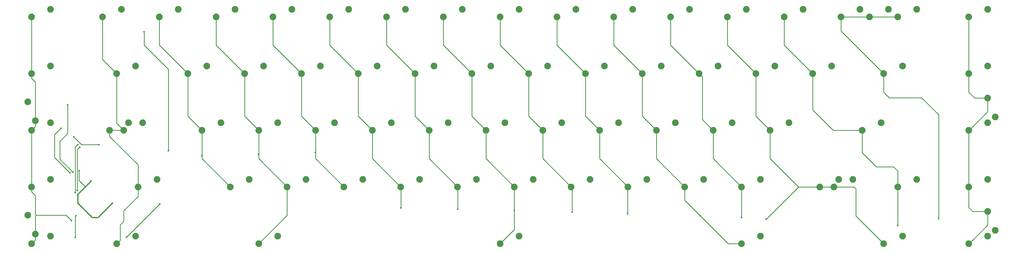
<source format=gtl>
G04 #@! TF.GenerationSoftware,KiCad,Pcbnew,(5.1.5)-3*
G04 #@! TF.CreationDate,2020-06-19T00:16:12+10:00*
G04 #@! TF.ProjectId,rei_pcb,7265695f-7063-4622-9e6b-696361645f70,rev?*
G04 #@! TF.SameCoordinates,Original*
G04 #@! TF.FileFunction,Copper,L1,Top*
G04 #@! TF.FilePolarity,Positive*
%FSLAX46Y46*%
G04 Gerber Fmt 4.6, Leading zero omitted, Abs format (unit mm)*
G04 Created by KiCad (PCBNEW (5.1.5)-3) date 2020-06-19 00:16:12*
%MOMM*%
%LPD*%
G04 APERTURE LIST*
%ADD10C,2.250000*%
%ADD11C,0.600000*%
%ADD12C,0.381000*%
%ADD13C,0.254000*%
G04 APERTURE END LIST*
D10*
X314483750Y-74295000D03*
X308133750Y-76835000D03*
X352742500Y-110490000D03*
X350202500Y-104140000D03*
X352742500Y-72390000D03*
X350202500Y-66040000D03*
X28257500Y-105410000D03*
X30797500Y-111760000D03*
X28257500Y-67310000D03*
X30797500Y-73660000D03*
X62071250Y-74295000D03*
X55721250Y-76835000D03*
X71596250Y-93345000D03*
X65246250Y-95885000D03*
X66833750Y-74295000D03*
X60483750Y-76835000D03*
X112077500Y-112395000D03*
X105727500Y-114935000D03*
X102552500Y-93345000D03*
X96202500Y-95885000D03*
X350202500Y-112395000D03*
X343852500Y-114935000D03*
X321627500Y-55245000D03*
X315277500Y-57785000D03*
X64452500Y-55245000D03*
X58102500Y-57785000D03*
X350202500Y-93345000D03*
X343852500Y-95885000D03*
X350202500Y-74295000D03*
X343852500Y-76835000D03*
X350202500Y-55245000D03*
X343852500Y-57785000D03*
X350202500Y-36195000D03*
X343852500Y-38735000D03*
X326390000Y-36195000D03*
X320040000Y-38735000D03*
X316865000Y-36195000D03*
X310515000Y-38735000D03*
X307340000Y-36195000D03*
X300990000Y-38735000D03*
X326390000Y-93345000D03*
X320040000Y-95885000D03*
X297815000Y-55245000D03*
X291465000Y-57785000D03*
X288290000Y-36195000D03*
X281940000Y-38735000D03*
X321627500Y-112395000D03*
X315277500Y-114935000D03*
X304958750Y-93345000D03*
X298608750Y-95885000D03*
X300196250Y-93345000D03*
X293846250Y-95885000D03*
X283527500Y-74295000D03*
X277177500Y-76835000D03*
X278765000Y-55245000D03*
X272415000Y-57785000D03*
X269240000Y-36195000D03*
X262890000Y-38735000D03*
X274002500Y-93345000D03*
X267652500Y-95885000D03*
X264477500Y-74295000D03*
X258127500Y-76835000D03*
X259715000Y-55245000D03*
X253365000Y-57785000D03*
X250190000Y-36195000D03*
X243840000Y-38735000D03*
X274002500Y-112395000D03*
X267652500Y-114935000D03*
X254952500Y-93345000D03*
X248602500Y-95885000D03*
X245427500Y-74295000D03*
X239077500Y-76835000D03*
X240665000Y-55245000D03*
X234315000Y-57785000D03*
X231140000Y-36195000D03*
X224790000Y-38735000D03*
X235902500Y-93345000D03*
X229552500Y-95885000D03*
X226377500Y-74295000D03*
X220027500Y-76835000D03*
X221615000Y-55245000D03*
X215265000Y-57785000D03*
X212090000Y-36195000D03*
X205740000Y-38735000D03*
X216852500Y-93345000D03*
X210502500Y-95885000D03*
X207327500Y-74295000D03*
X200977500Y-76835000D03*
X202565000Y-55245000D03*
X196215000Y-57785000D03*
X193040000Y-36195000D03*
X186690000Y-38735000D03*
X193040000Y-112395000D03*
X186690000Y-114935000D03*
X197802500Y-93345000D03*
X191452500Y-95885000D03*
X188277500Y-74295000D03*
X181927500Y-76835000D03*
X183515000Y-55245000D03*
X177165000Y-57785000D03*
X173990000Y-36195000D03*
X167640000Y-38735000D03*
X178752500Y-93345000D03*
X172402500Y-95885000D03*
X169227500Y-74295000D03*
X162877500Y-76835000D03*
X164465000Y-55245000D03*
X158115000Y-57785000D03*
X154940000Y-36195000D03*
X148590000Y-38735000D03*
X159702500Y-93345000D03*
X153352500Y-95885000D03*
X150177500Y-74295000D03*
X143827500Y-76835000D03*
X145415000Y-55245000D03*
X139065000Y-57785000D03*
X135890000Y-36195000D03*
X129540000Y-38735000D03*
X140652500Y-93345000D03*
X134302500Y-95885000D03*
X131127500Y-74295000D03*
X124777500Y-76835000D03*
X126365000Y-55245000D03*
X120015000Y-57785000D03*
X116840000Y-36195000D03*
X110490000Y-38735000D03*
X121602500Y-93345000D03*
X115252500Y-95885000D03*
X112077500Y-74295000D03*
X105727500Y-76835000D03*
X107315000Y-55245000D03*
X100965000Y-57785000D03*
X97790000Y-36195000D03*
X91440000Y-38735000D03*
X93027500Y-74295000D03*
X86677500Y-76835000D03*
X88265000Y-55245000D03*
X81915000Y-57785000D03*
X78740000Y-36195000D03*
X72390000Y-38735000D03*
X64452500Y-112395000D03*
X58102500Y-114935000D03*
X59690000Y-36195000D03*
X53340000Y-38735000D03*
X35877500Y-112395000D03*
X29527500Y-114935000D03*
X35877500Y-93345000D03*
X29527500Y-95885000D03*
X35877500Y-74295000D03*
X29527500Y-76835000D03*
X35877500Y-55245000D03*
X29527500Y-57785000D03*
X35877500Y-36195000D03*
X29527500Y-38735000D03*
D11*
X45027582Y-98609418D03*
X45291375Y-101552375D03*
X49552794Y-93830206D03*
X56642000Y-101346000D03*
X49258190Y-105427810D03*
X47572105Y-95929288D03*
X45466000Y-90424000D03*
X67310000Y-43760000D03*
X75450000Y-83723200D03*
X41656000Y-68326000D03*
X43434000Y-90932000D03*
X43723850Y-79085150D03*
X52162099Y-81695901D03*
X42418000Y-91186000D03*
X39370000Y-76200000D03*
X72517000Y-101600000D03*
X61341000Y-112776000D03*
X44471956Y-105537000D03*
X44171957Y-112800043D03*
X42926000Y-107188000D03*
X86677500Y-85364610D03*
X105664000Y-84932800D03*
X124714000Y-84328000D03*
X153416000Y-102912879D03*
X172466000Y-103344689D03*
X191389000Y-103776499D03*
X210807299Y-104381299D03*
X229476299Y-104914701D03*
X253746000Y-105537000D03*
X267619199Y-106141801D03*
X275844000Y-106746602D03*
X320040000Y-108839000D03*
X333756000Y-106553000D03*
X44196000Y-97790000D03*
X45054800Y-81661000D03*
X44887907Y-97098093D03*
X45720000Y-82550000D03*
D12*
X45027582Y-98355418D02*
X45027582Y-98609418D01*
X49552794Y-93830206D02*
X47752000Y-95631000D01*
X45027582Y-101288582D02*
X45291375Y-101552375D01*
X45027582Y-98609418D02*
X45027582Y-101288582D01*
X45291375Y-101552375D02*
X49276000Y-105537000D01*
X49276000Y-105537000D02*
X49784000Y-106045000D01*
X49784000Y-106045000D02*
X49911000Y-106172000D01*
X49911000Y-106172000D02*
X51816000Y-106172000D01*
X51816000Y-106172000D02*
X56642000Y-101346000D01*
X56642000Y-101346000D02*
X56642000Y-101346000D01*
X47752000Y-95631000D02*
X47561500Y-95821500D01*
X47561500Y-95821500D02*
X45027582Y-98355418D01*
D13*
X47561500Y-95821500D02*
X45466000Y-93726000D01*
X45466000Y-92075000D02*
X45466000Y-90805000D01*
X45466000Y-92075000D02*
X45466000Y-91948000D01*
X45466000Y-93726000D02*
X45466000Y-92075000D01*
X45466000Y-90805000D02*
X45466000Y-90424000D01*
X75438000Y-83312000D02*
X75438000Y-56388000D01*
X75438000Y-56388000D02*
X67310000Y-48260000D01*
X67310000Y-48260000D02*
X67310000Y-43760000D01*
X75438000Y-83312000D02*
X75438000Y-83888000D01*
X75438000Y-83888000D02*
X75450000Y-83876000D01*
X75450000Y-83876000D02*
X75450000Y-83723200D01*
X38989000Y-86477419D02*
X38989000Y-80549606D01*
X38989000Y-80549606D02*
X41656000Y-77882606D01*
X43210200Y-90698619D02*
X38989000Y-86477419D01*
X41656000Y-77882606D02*
X41656000Y-68326000D01*
X41656000Y-68326000D02*
X41656000Y-68326000D01*
X43210200Y-90698619D02*
X43210200Y-90708200D01*
X43210200Y-90708200D02*
X43434000Y-90932000D01*
X46334601Y-81695901D02*
X52162099Y-81695901D01*
X43723850Y-79085150D02*
X46334601Y-81695901D01*
X37237699Y-86005699D02*
X37237699Y-78332301D01*
X42418000Y-91186000D02*
X37237699Y-86005699D01*
X37237699Y-78332301D02*
X39370000Y-76200000D01*
X72217001Y-101899999D02*
X72517000Y-101600000D01*
X61341000Y-112776000D02*
X72217001Y-101899999D01*
X44171957Y-105836999D02*
X44171957Y-112800043D01*
X44471956Y-105537000D02*
X44171957Y-105836999D01*
X44171957Y-112800043D02*
X44171957Y-112878957D01*
X29527500Y-40325990D02*
X29527500Y-57785000D01*
X29527500Y-38735000D02*
X29527500Y-40325990D01*
X30797500Y-72069010D02*
X30797500Y-73660000D01*
X30797500Y-60645990D02*
X30797500Y-72069010D01*
X29527500Y-59375990D02*
X30797500Y-60645990D01*
X29527500Y-57785000D02*
X29527500Y-59375990D01*
X30797500Y-75565000D02*
X29527500Y-76835000D01*
X30797500Y-73660000D02*
X30797500Y-75565000D01*
X29527500Y-78425990D02*
X29527500Y-95885000D01*
X29527500Y-76835000D02*
X29527500Y-78425990D01*
X29527500Y-97475990D02*
X30797500Y-98745990D01*
X29527500Y-95885000D02*
X29527500Y-97475990D01*
X30797500Y-113665000D02*
X29527500Y-114935000D01*
X30797500Y-111760000D02*
X30797500Y-113665000D01*
X42926000Y-107188000D02*
X41160699Y-105422699D01*
X41160699Y-105422699D02*
X31127699Y-105422699D01*
X30797500Y-105092500D02*
X31127699Y-105422699D01*
X30797500Y-98745990D02*
X30797500Y-105092500D01*
X30797500Y-105752898D02*
X31127699Y-105422699D01*
X30797500Y-111760000D02*
X30797500Y-105752898D01*
X53340000Y-53022500D02*
X58102500Y-57785000D01*
X53340000Y-38735000D02*
X53340000Y-53022500D01*
X58102500Y-74453750D02*
X60483750Y-76835000D01*
X58102500Y-57785000D02*
X58102500Y-74453750D01*
X58892760Y-76835000D02*
X55721250Y-76835000D01*
X60483750Y-76835000D02*
X58892760Y-76835000D01*
X65246250Y-88492078D02*
X65246250Y-95885000D01*
X55721250Y-76835000D02*
X55721250Y-78967078D01*
X55721250Y-78967078D02*
X65246250Y-88492078D01*
X65246250Y-99091750D02*
X65246250Y-95885000D01*
X59227499Y-113810001D02*
X59227499Y-108666501D01*
X58102500Y-114935000D02*
X59227499Y-113810001D01*
X59227499Y-108666501D02*
X60452000Y-107442000D01*
X60452000Y-107442000D02*
X60452000Y-103886000D01*
X60452000Y-103886000D02*
X65246250Y-99091750D01*
X72390000Y-48260000D02*
X81915000Y-57785000D01*
X72390000Y-38735000D02*
X72390000Y-48260000D01*
X81915000Y-72072500D02*
X86677500Y-76835000D01*
X81915000Y-57785000D02*
X81915000Y-72072500D01*
X86677500Y-86360000D02*
X96202500Y-95885000D01*
X86677500Y-76835000D02*
X86677500Y-86360000D01*
X91440000Y-48260000D02*
X100965000Y-57785000D01*
X91440000Y-38735000D02*
X91440000Y-48260000D01*
X100965000Y-72072500D02*
X105727500Y-76835000D01*
X100965000Y-57785000D02*
X100965000Y-72072500D01*
X105727500Y-86360000D02*
X115252500Y-95885000D01*
X115252500Y-105410000D02*
X105727500Y-114935000D01*
X115252500Y-95885000D02*
X115252500Y-105410000D01*
X105727500Y-76835000D02*
X105727500Y-86360000D01*
X110490000Y-48260000D02*
X120015000Y-57785000D01*
X110490000Y-38735000D02*
X110490000Y-48260000D01*
X120015000Y-72072500D02*
X124777500Y-76835000D01*
X120015000Y-57785000D02*
X120015000Y-72072500D01*
X124777500Y-86360000D02*
X134302500Y-95885000D01*
X124777500Y-76835000D02*
X124777500Y-86360000D01*
X129540000Y-48260000D02*
X139065000Y-57785000D01*
X129540000Y-38735000D02*
X129540000Y-48260000D01*
X139065000Y-72072500D02*
X143827500Y-76835000D01*
X139065000Y-57785000D02*
X139065000Y-72072500D01*
X143827500Y-86360000D02*
X153352500Y-95885000D01*
X143827500Y-76835000D02*
X143827500Y-86360000D01*
X153416000Y-95948500D02*
X153352500Y-95885000D01*
X153416000Y-102912879D02*
X153416000Y-95948500D01*
X148590000Y-48260000D02*
X158115000Y-57785000D01*
X148590000Y-38735000D02*
X148590000Y-48260000D01*
X158115000Y-72072500D02*
X162877500Y-76835000D01*
X158115000Y-57785000D02*
X158115000Y-72072500D01*
X162877500Y-86360000D02*
X172402500Y-95885000D01*
X162877500Y-76835000D02*
X162877500Y-86360000D01*
X172466000Y-95948500D02*
X172402500Y-95885000D01*
X172466000Y-103344689D02*
X172466000Y-95948500D01*
X167640000Y-48260000D02*
X177165000Y-57785000D01*
X167640000Y-38735000D02*
X167640000Y-48260000D01*
X177165000Y-72072500D02*
X181927500Y-76835000D01*
X177165000Y-57785000D02*
X177165000Y-72072500D01*
X181927500Y-86360000D02*
X191452500Y-95885000D01*
X181927500Y-76835000D02*
X181927500Y-86360000D01*
X191452500Y-110172500D02*
X186690000Y-114935000D01*
X191452500Y-95885000D02*
X191452500Y-110172500D01*
X186690000Y-48260000D02*
X196215000Y-57785000D01*
X186690000Y-38735000D02*
X186690000Y-48260000D01*
X196215000Y-72072500D02*
X200977500Y-76835000D01*
X196215000Y-57785000D02*
X196215000Y-72072500D01*
X200977500Y-86360000D02*
X210502500Y-95885000D01*
X200977500Y-76835000D02*
X200977500Y-86360000D01*
X210807299Y-96189799D02*
X210502500Y-95885000D01*
X210807299Y-104381299D02*
X210807299Y-96189799D01*
X205740000Y-48260000D02*
X215265000Y-57785000D01*
X205740000Y-38735000D02*
X205740000Y-48260000D01*
X215265000Y-72072500D02*
X220027500Y-76835000D01*
X215265000Y-57785000D02*
X215265000Y-72072500D01*
X220027500Y-86360000D02*
X229552500Y-95885000D01*
X220027500Y-76835000D02*
X220027500Y-86360000D01*
X229476299Y-95961201D02*
X229552500Y-95885000D01*
X229476299Y-104914701D02*
X229476299Y-95961201D01*
X224790000Y-48260000D02*
X234315000Y-57785000D01*
X224790000Y-38735000D02*
X224790000Y-48260000D01*
X234315000Y-72072500D02*
X239077500Y-76835000D01*
X234315000Y-57785000D02*
X234315000Y-72072500D01*
X239077500Y-86360000D02*
X248602500Y-95885000D01*
X239077500Y-76835000D02*
X239077500Y-86360000D01*
X248602500Y-95885000D02*
X248602500Y-100393500D01*
X263144000Y-114935000D02*
X267652500Y-114935000D01*
X248602500Y-100393500D02*
X253746000Y-105537000D01*
X253746000Y-105537000D02*
X263144000Y-114935000D01*
X243840000Y-48260000D02*
X253365000Y-57785000D01*
X243840000Y-38735000D02*
X243840000Y-48260000D01*
X254489999Y-73197499D02*
X257002501Y-75710001D01*
X257002501Y-75710001D02*
X258127500Y-76835000D01*
X254489999Y-58909999D02*
X254489999Y-73197499D01*
X253365000Y-57785000D02*
X254489999Y-58909999D01*
X258127500Y-86360000D02*
X267652500Y-95885000D01*
X258127500Y-76835000D02*
X258127500Y-86360000D01*
X267619199Y-95918301D02*
X267652500Y-95885000D01*
X267619199Y-106141801D02*
X267619199Y-95918301D01*
X262890000Y-48260000D02*
X272415000Y-57785000D01*
X262890000Y-38735000D02*
X262890000Y-48260000D01*
X272415000Y-72072500D02*
X277177500Y-76835000D01*
X272415000Y-57785000D02*
X272415000Y-72072500D01*
X292218018Y-95885000D02*
X292255260Y-95885000D01*
X292255260Y-95885000D02*
X293846250Y-95885000D01*
X295437240Y-95885000D02*
X298608750Y-95885000D01*
X293846250Y-95885000D02*
X295437240Y-95885000D01*
X305943000Y-105600500D02*
X315277500Y-114935000D01*
X277177500Y-76835000D02*
X277177500Y-86296500D01*
X286766000Y-95885000D02*
X293846250Y-95885000D01*
X298608750Y-95885000D02*
X305308000Y-95885000D01*
X305308000Y-95885000D02*
X305943000Y-96520000D01*
X305943000Y-96520000D02*
X305943000Y-105600500D01*
X277177500Y-86296500D02*
X286766000Y-95885000D01*
X286766000Y-95885000D02*
X283718000Y-98933000D01*
X283718000Y-98933000D02*
X276412398Y-106238602D01*
X276412398Y-106238602D02*
X275844000Y-106807000D01*
X281940000Y-48260000D02*
X291465000Y-57785000D01*
X281940000Y-38735000D02*
X281940000Y-48260000D01*
X291465000Y-57785000D02*
X291465000Y-69977000D01*
X298323000Y-76835000D02*
X308133750Y-76835000D01*
X291465000Y-69977000D02*
X298323000Y-76835000D01*
X308133750Y-84408602D02*
X312879148Y-89154000D01*
X308133750Y-76835000D02*
X308133750Y-84408602D01*
X312879148Y-89154000D02*
X318643000Y-89154000D01*
X320040000Y-90551000D02*
X320040000Y-95885000D01*
X318643000Y-89154000D02*
X320040000Y-90551000D01*
X320040000Y-108839000D02*
X320040000Y-95885000D01*
X300990000Y-38735000D02*
X310515000Y-38735000D01*
X318449010Y-38735000D02*
X310515000Y-38735000D01*
X320040000Y-38735000D02*
X318449010Y-38735000D01*
X300990000Y-43497500D02*
X315277500Y-57785000D01*
X300990000Y-38735000D02*
X300990000Y-43497500D01*
X315277500Y-64071500D02*
X315277500Y-57785000D01*
X328009394Y-65913000D02*
X317119000Y-65913000D01*
X317119000Y-65913000D02*
X315277500Y-64071500D01*
X333720981Y-71624587D02*
X328009394Y-65913000D01*
X333720981Y-106588019D02*
X333756000Y-106553000D01*
X333720981Y-106588019D02*
X333720981Y-71624587D01*
X343852500Y-40325990D02*
X343852500Y-57785000D01*
X343852500Y-38735000D02*
X343852500Y-40325990D01*
X343852500Y-57785000D02*
X343852500Y-64071500D01*
X343852500Y-64071500D02*
X345821000Y-66040000D01*
X345821000Y-66040000D02*
X350202500Y-66040000D01*
X344977499Y-75710001D02*
X343852500Y-76835000D01*
X345103537Y-75710001D02*
X344977499Y-75710001D01*
X350202500Y-70611038D02*
X345103537Y-75710001D01*
X350202500Y-66040000D02*
X350202500Y-70611038D01*
X343852500Y-76835000D02*
X343852500Y-95885000D01*
X343852500Y-95885000D02*
X343852500Y-102806500D01*
X343852500Y-102806500D02*
X345186000Y-104140000D01*
X345186000Y-104140000D02*
X350202500Y-104140000D01*
X344977499Y-113810001D02*
X343852500Y-114935000D01*
X345103537Y-113810001D02*
X344977499Y-113810001D01*
X350202500Y-108711038D02*
X345103537Y-113810001D01*
X350202500Y-104140000D02*
X350202500Y-108711038D01*
X44196000Y-97790000D02*
X44196000Y-82677000D01*
X44196000Y-82677000D02*
X44196000Y-82423000D01*
X44196000Y-82423000D02*
X44958000Y-81661000D01*
X44958000Y-81661000D02*
X45054800Y-81661000D01*
X44861199Y-96647121D02*
X44887907Y-96673829D01*
X44887907Y-96673829D02*
X44887907Y-97098093D01*
X44861199Y-83662801D02*
X44861199Y-96647121D01*
X44861199Y-83662801D02*
X44861199Y-83408801D01*
X44861199Y-83408801D02*
X45720000Y-82550000D01*
M02*

</source>
